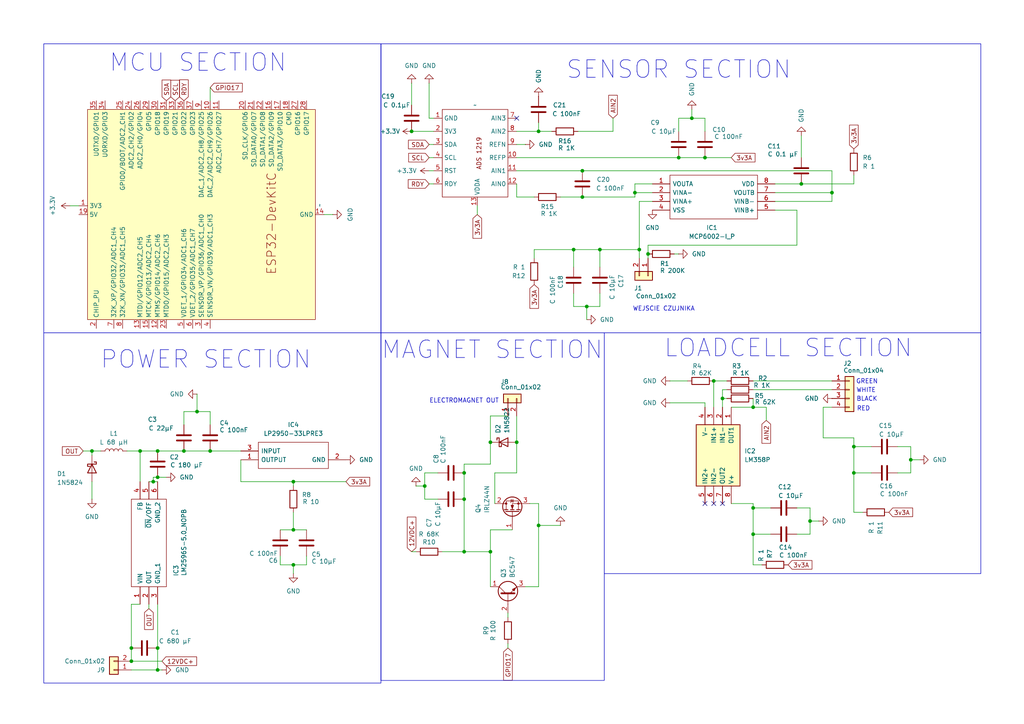
<source format=kicad_sch>
(kicad_sch (version 20250114) (generator "eeschema") (generator_version "9.0")
  (paper "A4")
  (lib_symbols
    (symbol "000moje:LM2596S-5.0_NOPB" (pin_names (offset 0.762))
      (property "Reference" "IC" (at 31.75 7.62 0))
      (property "Value" "LM2596S-5.0_NOPB" (at 31.75 5.08 0))
      (symbol "LM2596S-5.0_NOPB_0_0"
        (pin passive line (at 0 0 0) (length 5.08) (name "VIN") (number "1"))
        (pin passive line (at 0 -2.54 0) (length 5.08) (name "OUT") (number "2"))
        (pin passive line (at 0 -5.08 0) (length 5.08) (name "GND_1") (number "3"))
        (pin passive line (at 35.56 0 180) (length 5.08) (name "FB") (number "4"))
        (pin passive line (at 35.56 -2.54 180) (length 5.08) (name "~{ON}/OFF") (number "5"))
        (pin passive line (at 35.56 -5.08 180) (length 5.08) (name "GND_2") (number "6"))
      )
      (symbol "LM2596S-5.0_NOPB_0_1"
        (polyline (pts (xy 5.08 2.54) (xy 30.48 2.54) (xy 30.48 -7.62) (xy 5.08 -7.62) (xy 5.08 2.54)) (stroke (width 0.1524)))
      )
    )
    (symbol "000moje:LP2950-33LPRE3" (pin_names (offset 0.762))
      (property "Reference" "IC" (at 26.67 7.62 0))
      (property "Value" "LP2950-33LPRE3" (at 26.67 5.08 0))
      (symbol "LP2950-33LPRE3_0_0"
        (pin passive line (at 0 0 0) (length 5.08) (name "GND") (number "2"))
        (pin passive line (at 30.48 0 180) (length 5.08) (name "OUTPUT") (number "1"))
        (pin passive line (at 30.48 -2.54 180) (length 5.08) (name "INPUT") (number "3"))
      )
      (symbol "LP2950-33LPRE3_0_1"
        (polyline (pts (xy 5.08 2.54) (xy 25.4 2.54) (xy 25.4 -5.08) (xy 5.08 -5.08) (xy 5.08 2.54)) (stroke (width 0.1524)))
      )
    )
    (symbol "000moje:esp32_devKit_C"
      (symbol "esp32_devKit_C_0_0"
        (text "ESP32-DevKitC" (at -3.81 -20.32 0) (effects (font (size 2.54 2.54))))
        (pin power_in line (at -1.27 35.56 270) (length 2.54) (name "5V") (number "19"))
        (pin power_in line (at -1.27 -35.56 90) (length 2.54) (name "GND") (number "14"))
      )
      (symbol "esp32_devKit_C_0_1"
        (rectangle (start -31.75 33.02) (end 29.21 -33.02) (fill (type background)))
      )
      (symbol "esp32_devKit_C_1_1"
        (pin input line (at -34.29 30.48 0) (length 2.54) (name "CHIP_PU") (number "2"))
        (pin bidirectional line (at -34.29 25.4 0) (length 2.54) (name "32K_XP/GPIO32/ADC1_CH4") (number "7"))
        (pin bidirectional line (at -34.29 22.86 0) (length 2.54) (name "32K_XN/GPIO33/ADC1_CH5") (number "8"))
        (pin bidirectional line (at -34.29 17.78 0) (length 2.54) (name "MTDI/GPIO12/ADC2_CH5") (number "13"))
        (pin bidirectional line (at -34.29 15.24 0) (length 2.54) (name "MTCK/GPIO13/ADC2_CH4") (number "15"))
        (pin bidirectional line (at -34.29 12.7 0) (length 2.54) (name "MTMS/GPIO14/ADC2_CH6") (number "12"))
        (pin bidirectional line (at -34.29 10.16 0) (length 2.54) (name "MTDO/GPIO15/ADC2_CH3") (number "23"))
        (pin input line (at -34.29 5.08 0) (length 2.54) (name "VDET_1/GPIO34/ADC1_CH6") (number "5"))
        (pin input line (at -34.29 2.54 0) (length 2.54) (name "VDET_2/GPIO35/ADC1_CH7") (number "6"))
        (pin input line (at -34.29 0 0) (length 2.54) (name "SENSOR_VP/GPIO36/ADC1_CH0") (number "3"))
        (pin input line (at -34.29 -2.54 0) (length 2.54) (name "SENSOR_VN/GPIO39/ADC1_CH3") (number "4"))
        (pin passive line (at -1.27 -35.56 90) (length 2.54) (hide yes) (name "GND") (number "32"))
        (pin passive line (at -1.27 -35.56 90) (length 2.54) (hide yes) (name "GND") (number "38"))
        (pin power_in line (at 1.27 35.56 270) (length 2.54) (name "3V3") (number "1"))
        (pin bidirectional line (at 31.75 30.48 180) (length 2.54) (name "U0TXD/GPIO1") (number "35"))
        (pin bidirectional line (at 31.75 27.94 180) (length 2.54) (name "U0RXD/GPIO3") (number "34"))
        (pin bidirectional line (at 31.75 22.86 180) (length 2.54) (name "GPIO0/BOOT/ADC2_CH1") (number "25"))
        (pin bidirectional line (at 31.75 20.32 180) (length 2.54) (name "ADC2_CH2/GPIO2") (number "24"))
        (pin bidirectional line (at 31.75 17.78 180) (length 2.54) (name "ADC2_CH0/GPIO4") (number "26"))
        (pin bidirectional line (at 31.75 15.24 180) (length 2.54) (name "GPIO5") (number "29"))
        (pin bidirectional line (at 31.75 12.7 180) (length 2.54) (name "GPIO18") (number "30"))
        (pin bidirectional line (at 31.75 10.16 180) (length 2.54) (name "GPIO19") (number "31"))
        (pin bidirectional line (at 31.75 7.62 180) (length 2.54) (name "GPIO21") (number "33"))
        (pin bidirectional line (at 31.75 5.08 180) (length 2.54) (name "GPIO22") (number "36"))
        (pin bidirectional line (at 31.75 2.54 180) (length 2.54) (name "GPIO23") (number "37"))
        (pin bidirectional line (at 31.75 0 180) (length 2.54) (name "DAC_1/ADC2_CH8/GPIO25") (number "9"))
        (pin bidirectional line (at 31.75 -2.54 180) (length 2.54) (name "DAC_2/ADC2_CH9/GPIO26") (number "10"))
        (pin bidirectional line (at 31.75 -5.08 180) (length 2.54) (name "ADC2_CH7/GPIO27") (number "11"))
        (pin bidirectional line (at 31.75 -12.7 180) (length 2.54) (name "SD_CLK/GPIO6") (number "20"))
        (pin bidirectional line (at 31.75 -15.24 180) (length 2.54) (name "SD_DATA0/GPIO7") (number "21"))
        (pin bidirectional line (at 31.75 -17.78 180) (length 2.54) (name "SD_DATA1/GPIO8") (number "22"))
        (pin bidirectional line (at 31.75 -20.32 180) (length 2.54) (name "SD_DATA2/GPIO9") (number "16"))
        (pin bidirectional line (at 31.75 -22.86 180) (length 2.54) (name "SD_DATA3/GPIO10") (number "17"))
        (pin bidirectional line (at 31.75 -25.4 180) (length 2.54) (name "CMD") (number "18"))
        (pin bidirectional line (at 31.75 -27.94 180) (length 2.54) (name "GPIO16") (number "27"))
        (pin bidirectional line (at 31.75 -30.48 180) (length 2.54) (name "GPIO17") (number "28"))
      )
    )
    (symbol "1323:L" (pin_numbers (hide yes)) (pin_names (offset 1.016) (hide yes))
      (property "Reference" "L" (at -1.27 0 90))
      (property "Value" "L" (at 1.905 0 90))
      (symbol "L_0_1"
        (arc (start 0 2.54) (mid 0.6323 1.905) (end 0 1.27))
        (arc (start 0 1.27) (mid 0.6323 0.635) (end 0 0))
        (arc (start 0 0) (mid 0.6323 -0.635) (end 0 -1.27))
        (arc (start 0 -1.27) (mid 0.6323 -1.905) (end 0 -2.54))
      )
      (symbol "L_1_1"
        (pin passive line (at 0 3.81 270) (length 1.27) (name "1") (number "1"))
        (pin passive line (at 0 -3.81 90) (length 1.27) (name "2") (number "2"))
      )
    )
    (symbol "1323:R" (pin_numbers (hide yes)) (pin_names (offset 0))
      (property "Reference" "R" (at 2.032 0 90))
      (property "Value" "R" (at 0 0 90))
      (symbol "R_0_1"
        (rectangle (start -1.016 -2.54) (end 1.016 2.54) (stroke (width 0.254)))
      )
      (symbol "R_1_1"
        (pin passive line (at 0 3.81 270) (length 1.27) (name "~") (number "1"))
        (pin passive line (at 0 -3.81 90) (length 1.27) (name "~") (number "2"))
      )
    )
    (symbol "ADS1115_Salamon:LM358P"
      (property "Reference" "IC" (at 24.13 7.62 0))
      (property "Value" "LM358P" (at 24.13 5.08 0))
      (symbol "LM358P_1_1"
        (rectangle (start 5.08 2.54) (end 22.86 -10.16) (stroke (width 0.254)) (fill (type background)))
        (pin passive line (at 0 0 0) (length 5.08) (name "OUT1") (number "1"))
        (pin passive line (at 0 -2.54 0) (length 5.08) (name "IN1-") (number "2"))
        (pin passive line (at 0 -5.08 0) (length 5.08) (name "IN1+") (number "3"))
        (pin passive line (at 0 -7.62 0) (length 5.08) (name "V-") (number "4"))
        (pin passive line (at 27.94 0 180) (length 5.08) (name "V+") (number "8"))
        (pin passive line (at 27.94 -2.54 180) (length 5.08) (name "OUT2") (number "7"))
        (pin passive line (at 27.94 -5.08 180) (length 5.08) (name "IN2-") (number "6"))
        (pin passive line (at 27.94 -7.62 180) (length 5.08) (name "IN2+") (number "5"))
      )
    )
    (symbol "ADS1115_Salamon:MCP6002-I_P" (pin_names (offset 0.762))
      (property "Reference" "IC" (at 31.75 7.62 0))
      (property "Value" "MCP6002-I_P" (at 31.75 5.08 0))
      (symbol "MCP6002-I_P_0_0"
        (pin passive line (at 0 0 0) (length 5.08) (name "VOUTA") (number "1"))
        (pin passive line (at 0 -2.54 0) (length 5.08) (name "VINA-") (number "2"))
        (pin passive line (at 0 -5.08 0) (length 5.08) (name "VINA+") (number "3"))
        (pin passive line (at 0 -7.62 0) (length 5.08) (name "VSS") (number "4"))
        (pin passive line (at 35.56 0 180) (length 5.08) (name "VDD") (number "8"))
        (pin passive line (at 35.56 -2.54 180) (length 5.08) (name "VOUTB") (number "7"))
        (pin passive line (at 35.56 -5.08 180) (length 5.08) (name "VINB-") (number "6"))
        (pin passive line (at 35.56 -7.62 180) (length 5.08) (name "VINB+") (number "5"))
      )
      (symbol "MCP6002-I_P_0_1"
        (polyline (pts (xy 5.08 2.54) (xy 30.48 2.54) (xy 30.48 -10.16) (xy 5.08 -10.16) (xy 5.08 2.54)) (stroke (width 0.1524)))
      )
    )
    (symbol "ADS1219_1"
      (property "Value" "~" (at -17.78 9.525 90))
      (symbol "ADS1219_1_0_1"
        (rectangle (start -16.51 19.05) (end 8.89 0))
      )
      (symbol "ADS1219_1_1_1"
        (text "ADS 1219" (at -3.81 10.668 0) (effects (font (size 1.27 1.27))))
        (pin input line (at -13.97 21.59 270) (length 2.54) (name "AIN3") (number "7"))
        (pin input line (at -13.97 -2.54 90) (length 2.54) (name "GND") (number "1"))
        (pin input line (at -10.16 21.59 270) (length 2.54) (name "AIN2") (number "8"))
        (pin input line (at -10.16 -2.54 90) (length 2.54) (name "3V3") (number "2"))
        (pin output line (at -6.35 21.59 270) (length 2.54) (name "REFN") (number "9"))
        (pin bidirectional line (at -6.35 -2.54 90) (length 2.54) (name "SDA") (number "3"))
        (pin output line (at -2.54 21.59 270) (length 2.54) (name "REFP") (number "10"))
        (pin bidirectional line (at -2.54 -2.54 90) (length 2.54) (name "SCL") (number "4"))
        (pin input line (at 1.27 21.59 270) (length 2.54) (name "AIN1") (number "11"))
        (pin input line (at 1.27 -2.54 90) (length 2.54) (name "RST") (number "5"))
        (pin input line (at 5.08 21.59 270) (length 2.54) (name "AIN0") (number "12"))
        (pin output line (at 5.08 -2.54 90) (length 2.54) (name "RDY") (number "6"))
        (pin input line (at 11.43 10.16 180) (length 2.54) (name "VDDA") (number "13"))
      )
    )
    (symbol "Connector_Generic:Conn_01x02" (pin_names (offset 1.016) (hide yes))
      (property "Reference" "J" (at 0 2.54 0))
      (property "Value" "Conn_01x02" (at 0 -5.08 0))
      (symbol "Conn_01x02_1_1"
        (rectangle (start -1.27 1.27) (end 1.27 -3.81) (stroke (width 0.254)) (fill (type background)))
        (rectangle (start -1.27 0.127) (end 0 -0.127) (stroke (width 0.1524)))
        (rectangle (start -1.27 -2.413) (end 0 -2.667) (stroke (width 0.1524)))
        (pin passive line (at -5.08 0 0) (length 3.81) (name "Pin_1") (number "1"))
        (pin passive line (at -5.08 -2.54 0) (length 3.81) (name "Pin_2") (number "2"))
      )
    )
    (symbol "Connector_Generic:Conn_01x04" (pin_names (offset 1.016) (hide yes))
      (property "Reference" "J" (at 0 5.08 0))
      (property "Value" "Conn_01x04" (at 0 -7.62 0))
      (symbol "Conn_01x04_1_1"
        (rectangle (start -1.27 3.81) (end 1.27 -6.35) (stroke (width 0.254)) (fill (type background)))
        (rectangle (start -1.27 2.667) (end 0 2.413) (stroke (width 0.1524)))
        (rectangle (start -1.27 0.127) (end 0 -0.127) (stroke (width 0.1524)))
        (rectangle (start -1.27 -2.413) (end 0 -2.667) (stroke (width 0.1524)))
        (rectangle (start -1.27 -4.953) (end 0 -5.207) (stroke (width 0.1524)))
        (pin passive line (at -5.08 2.54 0) (length 3.81) (name "Pin_1") (number "1"))
        (pin passive line (at -5.08 0 0) (length 3.81) (name "Pin_2") (number "2"))
        (pin passive line (at -5.08 -2.54 0) (length 3.81) (name "Pin_3") (number "3"))
        (pin passive line (at -5.08 -5.08 0) (length 3.81) (name "Pin_4") (number "4"))
      )
    )
    (symbol "Device:C" (pin_numbers (hide yes)) (pin_names (offset 0.254))
      (property "Reference" "C" (at 0.635 2.54 0))
      (property "Value" "C" (at 0.635 -2.54 0))
      (symbol "C_0_1"
        (polyline (pts (xy -2.032 0.762) (xy 2.032 0.762)) (stroke (width 0.508)))
        (polyline (pts (xy -2.032 -0.762) (xy 2.032 -0.762)) (stroke (width 0.508)))
      )
      (symbol "C_1_1"
        (pin passive line (at 0 3.81 270) (length 2.794) (name "~") (number "1"))
        (pin passive line (at 0 -3.81 90) (length 2.794) (name "~") (number "2"))
      )
    )
    (symbol "Diode:1N5820" (pin_numbers (hide yes)) (pin_names (offset 1.016) (hide yes))
      (property "Reference" "D" (at 0 2.54 0))
      (property "Value" "1N5820" (at 0 -2.54 0))
      (symbol "1N5820_0_1"
        (polyline (pts (xy -1.905 0.635) (xy -1.905 1.27) (xy -1.27 1.27) (xy -1.27 -1.27) (xy -0.635 -1.27) (xy -0.635 -0.635)) (stroke (width 0.254)))
        (polyline (pts (xy 1.27 1.27) (xy 1.27 -1.27) (xy -1.27 0) (xy 1.27 1.27)) (stroke (width 0.254)))
        (polyline (pts (xy 1.27 0) (xy -1.27 0)))
      )
      (symbol "1N5820_1_1"
        (pin passive line (at -3.81 0 0) (length 2.54) (name "K") (number "1"))
        (pin passive line (at 3.81 0 180) (length 2.54) (name "A") (number "2"))
      )
    )
    (symbol "Diode:1N5822" (pin_numbers (hide yes)) (pin_names (offset 1.016) (hide yes))
      (property "Reference" "D" (at 0 2.54 0))
      (property "Value" "1N5822" (at 0 -2.54 0))
      (symbol "1N5822_0_1"
        (polyline (pts (xy -1.905 0.635) (xy -1.905 1.27) (xy -1.27 1.27) (xy -1.27 -1.27) (xy -0.635 -1.27) (xy -0.635 -0.635)) (stroke (width 0.254)))
        (polyline (pts (xy 1.27 1.27) (xy 1.27 -1.27) (xy -1.27 0) (xy 1.27 1.27)) (stroke (width 0.254)))
        (polyline (pts (xy 1.27 0) (xy -1.27 0)))
      )
      (symbol "1N5822_1_1"
        (pin passive line (at -3.81 0 0) (length 2.54) (name "K") (number "1"))
        (pin passive line (at 3.81 0 180) (length 2.54) (name "A") (number "2"))
      )
    )
    (symbol "Transistor_BJT:BC547" (pin_names (offset 0) (hide yes))
      (property "Reference" "Q" (at 5.08 1.905 0))
      (property "Value" "BC547" (at 5.08 0 0))
      (symbol "BC547_0_1"
        (polyline (pts (xy -2.54 0) (xy 0.635 0)))
        (polyline (pts (xy 0.635 1.905) (xy 0.635 -1.905)) (stroke (width 0.508)))
        (circle (center 1.27 0) (radius 2.8194) (stroke (width 0.254)))
      )
      (symbol "BC547_1_1"
        (polyline (pts (xy 0.635 0.635) (xy 2.54 2.54)))
        (polyline (pts (xy 0.635 -0.635) (xy 2.54 -2.54)))
        (polyline (pts (xy 1.27 -1.778) (xy 1.778 -1.27) (xy 2.286 -2.286) (xy 1.27 -1.778)) (fill (type outline)))
        (pin input line (at -5.08 0 0) (length 2.54) (name "B") (number "2"))
        (pin passive line (at 2.54 5.08 270) (length 2.54) (name "C") (number "1"))
        (pin passive line (at 2.54 -5.08 90) (length 2.54) (name "E") (number "3"))
      )
    )
    (symbol "Transistor_FET:IRLZ44N" (pin_names (hide yes))
      (property "Reference" "Q" (at 5.08 1.905 0))
      (property "Value" "IRLZ44N" (at 5.08 0 0))
      (symbol "IRLZ44N_0_1"
        (polyline (pts (xy 0.254 1.905) (xy 0.254 -1.905)) (stroke (width 0.254)))
        (polyline (pts (xy 0.254 0) (xy -2.54 0)))
        (polyline (pts (xy 0.762 2.286) (xy 0.762 1.27)) (stroke (width 0.254)))
        (polyline (pts (xy 0.762 0.508) (xy 0.762 -0.508)) (stroke (width 0.254)))
        (polyline (pts (xy 0.762 -1.27) (xy 0.762 -2.286)) (stroke (width 0.254)))
        (polyline (pts (xy 0.762 -1.778) (xy 3.302 -1.778) (xy 3.302 1.778) (xy 0.762 1.778)))
        (polyline (pts (xy 1.016 0) (xy 2.032 0.381) (xy 2.032 -0.381) (xy 1.016 0)) (fill (type outline)))
        (circle (center 1.651 0) (radius 2.794) (stroke (width 0.254)))
        (polyline (pts (xy 2.54 2.54) (xy 2.54 1.778)))
        (circle (center 2.54 1.778) (radius 0.254) (fill (type outline)))
        (circle (center 2.54 -1.778) (radius 0.254) (fill (type outline)))
        (polyline (pts (xy 2.54 -2.54) (xy 2.54 0) (xy 0.762 0)))
        (polyline (pts (xy 2.794 0.508) (xy 2.921 0.381) (xy 3.683 0.381) (xy 3.81 0.254)))
        (polyline (pts (xy 3.302 0.381) (xy 2.921 -0.254) (xy 3.683 -0.254) (xy 3.302 0.381)))
      )
      (symbol "IRLZ44N_1_1"
        (pin input line (at -5.08 0 0) (length 2.54) (name "G") (number "1"))
        (pin passive line (at 2.54 5.08 270) (length 2.54) (name "D") (number "2"))
        (pin passive line (at 2.54 -5.08 90) (length 2.54) (name "S") (number "3"))
      )
    )
    (symbol "power:+3.3V" (power) (pin_numbers (hide yes)) (pin_names (offset 0) (hide yes))
      (property "Value" "+3.3V" (at 0 3.556 0))
      (symbol "+3.3V_0_1"
        (polyline (pts (xy -0.762 1.27) (xy 0 2.54)))
        (polyline (pts (xy 0 2.54) (xy 0.762 1.27)))
        (polyline (pts (xy 0 0) (xy 0 2.54)))
      )
      (symbol "+3.3V_1_1"
        (pin power_in line (at 0 0 90) (length 0) (name "~") (number "1"))
      )
    )
    (symbol "power:GND" (power) (pin_numbers (hide yes)) (pin_names (offset 0) (hide yes))
      (property "Value" "GND" (at 0 -3.81 0))
      (symbol "GND_0_1"
        (polyline (pts (xy 0 0) (xy 0 -1.27) (xy 1.27 -1.27) (xy 0 -2.54) (xy -1.27 -1.27) (xy 0 -1.27)))
      )
      (symbol "GND_1_1"
        (pin power_in line (at 0 0 270) (length 0) (name "~") (number "1"))
      )
    )
  )
  (rectangle (start 110.49 12.7) (end 284.48 96.52))
  (rectangle (start 12.7 96.52) (end 110.49 198.12))
  (rectangle (start 12.7 12.7) (end 110.49 96.52))
  (rectangle (start 110.49 96.52) (end 175.26 197.358))
  (rectangle (start 175.26 96.52) (end 284.48 166.37))
  (text "ELECTROMAGNET OUT" (at 134.62 116.332 0) (effects (font (size 1.27 1.27))))
  (text "WHITE\n" (at 251.206 113.284 0) (effects (font (size 1.27 1.27))))
  (text "MCU SECTION" (at 57.404 18.288 0) (effects (font (size 5.08 5.08))))
  (text "BLACK\n" (at 251.46 115.824 0) (effects (font (size 1.27 1.27))))
  (text "SENSOR SECTION" (at 196.85 20.32 0) (effects (font (size 5.08 5.08))))
  (text "POWER SECTION" (at 59.69 104.394 0) (effects (font (size 5.08 5.08))))
  (text "RED" (at 250.444 118.618 0) (effects (font (size 1.27 1.27))))
  (text "WEJSCIE CZUJNIKA\n" (at 192.532 89.662 0) (effects (font (size 1.27 1.27))))
  (text "MAGNET SECTION" (at 142.748 101.6 0) (effects (font (size 5.08 5.08))))
  (text "GREEN" (at 251.46 110.744 0) (effects (font (size 1.27 1.27))))
  (text "LOADCELL SECTION" (at 228.6 101.092 0) (effects (font (size 5.08 5.08))))
  (junction (at 207.01 110.49))
  (junction (at 187.96 73.66))
  (junction (at 53.34 130.81))
  (junction (at 45.72 130.81))
  (junction (at 38.1 187.96))
  (junction (at 173.99 72.39))
  (junction (at 168.91 49.53))
  (junction (at 85.09 139.7))
  (junction (at 85.09 163.83))
  (junction (at 218.44 154.94))
  (junction (at 142.24 128.27))
  (junction (at 200.66 34.29))
  (junction (at 247.65 137.16))
  (junction (at 156.21 152.4))
  (junction (at 166.37 72.39))
  (junction (at 134.62 137.16))
  (junction (at 123.19 140.97))
  (junction (at 218.44 118.11))
  (junction (at 149.86 128.27))
  (junction (at 170.18 88.9))
  (junction (at 196.85 45.72))
  (junction (at 45.72 187.96))
  (junction (at 218.44 147.32))
  (junction (at 40.64 130.81))
  (junction (at 134.62 144.78))
  (junction (at 168.91 57.15))
  (junction (at 45.72 194.31))
  (junction (at 264.16 133.35))
  (junction (at 209.55 115.57))
  (junction (at 156.21 38.1))
  (junction (at 134.62 160.02))
  (junction (at 247.65 129.54))
  (junction (at 45.72 138.43))
  (junction (at 185.42 72.39))
  (junction (at 57.15 119.38))
  (junction (at 119.38 38.1))
  (junction (at 142.24 160.02))
  (junction (at 26.67 130.81))
  (junction (at 241.3 55.88))
  (junction (at 232.41 53.34))
  (junction (at 60.96 130.81))
  (junction (at 234.95 151.13))
  (junction (at 38.1 191.77))
  (junction (at 204.47 45.72))
  (junction (at 184.15 55.88))
  (junction (at 44.45 139.7))
  (junction (at 85.09 153.67))
  (no_connect (at 204.47 146.05))
  (no_connect (at 209.55 146.05))
  (no_connect (at 207.01 146.05))
  (no_connect (at 149.86 34.29))
  (wire (pts (xy 26.67 130.81) (xy 24.13 130.81)))
  (wire (pts (xy 138.43 62.23) (xy 138.43 59.69)))
  (wire (pts (xy 247.65 148.59) (xy 250.19 148.59)))
  (wire (pts (xy 81.28 153.67) (xy 85.09 153.67)))
  (wire (pts (xy 264.16 129.54) (xy 264.16 133.35)))
  (wire (pts (xy 264.16 133.35) (xy 264.16 137.16)))
  (wire (pts (xy 85.09 139.7) (xy 100.33 139.7)))
  (wire (pts (xy 187.96 73.66) (xy 187.96 74.93)))
  (wire (pts (xy 60.96 130.81) (xy 69.85 130.81)))
  (wire (pts (xy 187.96 71.12) (xy 187.96 73.66)))
  (wire (pts (xy 38.1 187.96) (xy 38.1 191.77)))
  (wire (pts (xy 184.15 55.88) (xy 184.15 53.34)))
  (wire (pts (xy 60.96 25.4) (xy 60.96 29.21)))
  (wire (pts (xy 45.72 138.43) (xy 48.26 138.43)))
  (wire (pts (xy 231.14 60.96) (xy 224.79 60.96)))
  (wire (pts (xy 162.56 152.4) (xy 156.21 152.4)))
  (wire (pts (xy 60.96 123.19) (xy 60.96 119.38)))
  (wire (pts (xy 36.83 130.81) (xy 40.64 130.81)))
  (wire (pts (xy 166.37 72.39) (xy 154.94 72.39)))
  (wire (pts (xy 247.65 127) (xy 247.65 129.54)))
  (wire (pts (xy 238.76 127) (xy 247.65 127)))
  (wire (pts (xy 149.86 57.15) (xy 149.86 53.34)))
  (wire (pts (xy 170.18 92.71) (xy 170.18 88.9)))
  (wire (pts (xy 212.09 146.05) (xy 218.44 146.05)))
  (wire (pts (xy 166.37 85.09) (xy 166.37 88.9)))
  (wire (pts (xy 134.62 160.02) (xy 142.24 160.02)))
  (wire (pts (xy 142.24 128.27) (xy 142.24 134.62)))
  (wire (pts (xy 134.62 144.78) (xy 134.62 137.16)))
  (wire (pts (xy 234.95 147.32) (xy 234.95 151.13)))
  (wire (pts (xy 224.79 53.34) (xy 232.41 53.34)))
  (wire (pts (xy 20.32 59.69) (xy 22.86 59.69)))
  (wire (pts (xy 124.46 34.29) (xy 125.73 34.29)))
  (wire (pts (xy 38.1 191.77) (xy 46.99 191.77)))
  (wire (pts (xy 218.44 147.32) (xy 218.44 146.05)))
  (wire (pts (xy 26.67 132.08) (xy 26.67 130.81)))
  (wire (pts (xy 247.65 129.54) (xy 247.65 137.16)))
  (wire (pts (xy 96.52 62.23) (xy 93.98 62.23)))
  (wire (pts (xy 143.51 146.05) (xy 143.51 137.16)))
  (wire (pts (xy 237.49 151.13) (xy 234.95 151.13)))
  (wire (pts (xy 53.34 119.38) (xy 57.15 119.38)))
  (wire (pts (xy 69.85 139.7) (xy 85.09 139.7)))
  (wire (pts (xy 53.34 123.19) (xy 53.34 119.38)))
  (wire (pts (xy 185.42 58.42) (xy 185.42 72.39)))
  (wire (pts (xy 247.65 53.34) (xy 247.65 50.8)))
  (wire (pts (xy 232.41 39.37) (xy 232.41 45.72)))
  (wire (pts (xy 210.82 113.03) (xy 209.55 113.03)))
  (wire (pts (xy 44.45 138.43) (xy 45.72 138.43)))
  (wire (pts (xy 53.34 130.81) (xy 60.96 130.81)))
  (wire (pts (xy 44.45 139.7) (xy 44.45 138.43)))
  (wire (pts (xy 57.15 119.38) (xy 60.96 119.38)))
  (wire (pts (xy 204.47 45.72) (xy 196.85 45.72)))
  (wire (pts (xy 218.44 154.94) (xy 218.44 163.83)))
  (wire (pts (xy 43.18 139.7) (xy 44.45 139.7)))
  (wire (pts (xy 241.3 55.88) (xy 241.3 58.42)))
  (wire (pts (xy 142.24 120.65) (xy 142.24 128.27)))
  (wire (pts (xy 123.19 144.78) (xy 123.19 140.97)))
  (wire (pts (xy 45.72 130.81) (xy 53.34 130.81)))
  (wire (pts (xy 128.27 160.02) (xy 134.62 160.02)))
  (wire (pts (xy 241.3 49.53) (xy 241.3 55.88)))
  (wire (pts (xy 44.45 139.7) (xy 45.72 139.7)))
  (wire (pts (xy 173.99 88.9) (xy 170.18 88.9)))
  (wire (pts (xy 196.85 45.72) (xy 149.86 45.72)))
  (wire (pts (xy 120.65 140.97) (xy 123.19 140.97)))
  (wire (pts (xy 196.85 38.1) (xy 196.85 34.29)))
  (wire (pts (xy 124.46 53.34) (xy 125.73 53.34)))
  (wire (pts (xy 184.15 55.88) (xy 189.23 55.88)))
  (wire (pts (xy 209.55 115.57) (xy 210.82 115.57)))
  (wire (pts (xy 156.21 152.4) (xy 156.21 146.05)))
  (wire (pts (xy 209.55 115.57) (xy 209.55 118.11)))
  (wire (pts (xy 231.14 147.32) (xy 234.95 147.32)))
  (wire (pts (xy 119.38 24.13) (xy 119.38 30.48)))
  (wire (pts (xy 196.85 73.66) (xy 195.58 73.66)))
  (wire (pts (xy 207.01 110.49) (xy 207.01 118.11)))
  (wire (pts (xy 57.15 114.3) (xy 57.15 119.38)))
  (wire (pts (xy 85.09 163.83) (xy 81.28 163.83)))
  (wire (pts (xy 218.44 118.11) (xy 222.25 118.11)))
  (wire (pts (xy 223.52 147.32) (xy 218.44 147.32)))
  (wire (pts (xy 238.76 118.11) (xy 241.3 118.11)))
  (wire (pts (xy 170.18 88.9) (xy 166.37 88.9)))
  (wire (pts (xy 218.44 115.57) (xy 218.44 118.11)))
  (wire (pts (xy 156.21 38.1) (xy 149.86 38.1)))
  (wire (pts (xy 212.09 118.11) (xy 218.44 118.11)))
  (wire (pts (xy 46.99 194.31) (xy 45.72 194.31)))
  (wire (pts (xy 124.46 24.13) (xy 124.46 34.29)))
  (wire (pts (xy 88.9 163.83) (xy 85.09 163.83)))
  (wire (pts (xy 189.23 58.42) (xy 185.42 58.42)))
  (wire (pts (xy 247.65 137.16) (xy 247.65 148.59)))
  (wire (pts (xy 212.09 45.72) (xy 204.47 45.72)))
  (wire (pts (xy 252.73 137.16) (xy 247.65 137.16)))
  (wire (pts (xy 204.47 38.1) (xy 204.47 34.29)))
  (wire (pts (xy 45.72 187.96) (xy 45.72 194.31)))
  (wire (pts (xy 142.24 120.65) (xy 147.32 120.65)))
  (wire (pts (xy 149.86 57.15) (xy 154.94 57.15)))
  (wire (pts (xy 26.67 144.78) (xy 26.67 139.7)))
  (wire (pts (xy 184.15 57.15) (xy 168.91 57.15)))
  (wire (pts (xy 204.47 116.84) (xy 204.47 118.11)))
  (wire (pts (xy 252.73 129.54) (xy 247.65 129.54)))
  (wire (pts (xy 173.99 77.47) (xy 173.99 72.39)))
  (wire (pts (xy 177.8 34.29) (xy 177.8 38.1)))
  (wire (pts (xy 224.79 55.88) (xy 241.3 55.88)))
  (wire (pts (xy 85.09 166.37) (xy 85.09 163.83)))
  (wire (pts (xy 260.35 129.54) (xy 264.16 129.54)))
  (wire (pts (xy 266.7 133.35) (xy 264.16 133.35)))
  (wire (pts (xy 88.9 161.29) (xy 88.9 163.83)))
  (wire (pts (xy 189.23 53.34) (xy 184.15 53.34)))
  (wire (pts (xy 142.24 153.67) (xy 148.59 153.67)))
  (wire (pts (xy 124.46 49.53) (xy 125.73 49.53)))
  (wire (pts (xy 143.51 137.16) (xy 149.86 137.16)))
  (wire (pts (xy 218.44 113.03) (xy 241.3 113.03)))
  (wire (pts (xy 147.32 187.96) (xy 147.32 186.69)))
  (wire (pts (xy 69.85 133.35) (xy 69.85 139.7)))
  (wire (pts (xy 238.76 127) (xy 238.76 118.11)))
  (wire (pts (xy 127 137.16) (xy 123.19 137.16)))
  (wire (pts (xy 119.38 160.02) (xy 120.65 160.02)))
  (wire (pts (xy 232.41 53.34) (xy 247.65 53.34)))
  (wire (pts (xy 209.55 113.03) (xy 209.55 115.57)))
  (wire (pts (xy 152.4 170.18) (xy 156.21 170.18)))
  (wire (pts (xy 124.46 41.91) (xy 125.73 41.91)))
  (wire (pts (xy 184.15 57.15) (xy 184.15 55.88)))
  (wire (pts (xy 127 144.78) (xy 123.19 144.78)))
  (wire (pts (xy 45.72 194.31) (xy 38.1 194.31)))
  (wire (pts (xy 85.09 139.7) (xy 85.09 140.97)))
  (wire (pts (xy 85.09 148.59) (xy 85.09 153.67)))
  (wire (pts (xy 234.95 151.13) (xy 234.95 154.94)))
  (wire (pts (xy 185.42 72.39) (xy 185.42 74.93)))
  (wire (pts (xy 223.52 154.94) (xy 218.44 154.94)))
  (wire (pts (xy 40.64 130.81) (xy 45.72 130.81)))
  (wire (pts (xy 45.72 175.26) (xy 45.72 187.96)))
  (wire (pts (xy 134.62 137.16) (xy 134.62 134.62)))
  (wire (pts (xy 218.44 147.32) (xy 218.44 154.94)))
  (wire (pts (xy 200.66 31.75) (xy 200.66 34.29)))
  (wire (pts (xy 152.4 41.91) (xy 149.86 41.91)))
  (wire (pts (xy 134.62 134.62) (xy 142.24 134.62)))
  (wire (pts (xy 119.38 38.1) (xy 125.73 38.1)))
  (wire (pts (xy 29.21 130.81) (xy 26.67 130.81)))
  (wire (pts (xy 142.24 170.18) (xy 142.24 160.02)))
  (wire (pts (xy 168.91 49.53) (xy 241.3 49.53)))
  (wire (pts (xy 173.99 85.09) (xy 173.99 88.9)))
  (wire (pts (xy 154.94 72.39) (xy 154.94 74.93)))
  (wire (pts (xy 85.09 153.67) (xy 88.9 153.67)))
  (wire (pts (xy 43.18 175.26) (xy 43.18 176.53)))
  (wire (pts (xy 218.44 163.83) (xy 220.98 163.83)))
  (wire (pts (xy 222.25 118.11) (xy 222.25 121.92)))
  (wire (pts (xy 124.46 45.72) (xy 125.73 45.72)))
  (wire (pts (xy 142.24 160.02) (xy 142.24 153.67)))
  (wire (pts (xy 231.14 154.94) (xy 234.95 154.94)))
  (wire (pts (xy 218.44 110.49) (xy 241.3 110.49)))
  (wire (pts (xy 160.02 38.1) (xy 156.21 38.1)))
  (wire (pts (xy 196.85 34.29) (xy 200.66 34.29)))
  (wire (pts (xy 149.86 49.53) (xy 168.91 49.53)))
  (wire (pts (xy 177.8 38.1) (xy 167.64 38.1)))
  (wire (pts (xy 194.31 110.49) (xy 199.39 110.49)))
  (wire (pts (xy 134.62 160.02) (xy 134.62 144.78)))
  (wire (pts (xy 194.31 116.84) (xy 204.47 116.84)))
  (wire (pts (xy 149.86 137.16) (xy 149.86 128.27)))
  (wire (pts (xy 38.1 175.26) (xy 40.64 175.26)))
  (wire (pts (xy 241.3 58.42) (xy 224.79 58.42)))
  (wire (pts (xy 173.99 72.39) (xy 166.37 72.39)))
  (wire (pts (xy 38.1 175.26) (xy 38.1 187.96)))
  (wire (pts (xy 123.19 140.97) (xy 123.19 137.16)))
  (wire (pts (xy 156.21 146.05) (xy 153.67 146.05)))
  (wire (pts (xy 147.32 177.8) (xy 147.32 179.07)))
  (wire (pts (xy 210.82 110.49) (xy 207.01 110.49)))
  (wire (pts (xy 231.14 71.12) (xy 187.96 71.12)))
  (wire (pts (xy 200.66 34.29) (xy 204.47 34.29)))
  (wire (pts (xy 40.64 130.81) (xy 40.64 139.7)))
  (wire (pts (xy 162.56 57.15) (xy 168.91 57.15)))
  (wire (pts (xy 173.99 72.39) (xy 185.42 72.39)))
  (wire (pts (xy 156.21 152.4) (xy 156.21 170.18)))
  (wire (pts (xy 81.28 161.29) (xy 81.28 163.83)))
  (wire (pts (xy 231.14 60.96) (xy 231.14 71.12)))
  (wire (pts (xy 156.21 35.56) (xy 156.21 38.1)))
  (wire (pts (xy 166.37 77.47) (xy 166.37 72.39)))
  (wire (pts (xy 149.86 128.27) (xy 149.86 120.65)))
  (wire (pts (xy 260.35 137.16) (xy 264.16 137.16)))
  (global_label "GPIO17" (shape input) (at 60.96 25.4 0) (property "Intersheetrefs" "${INTERSHEET_REFS}" (effects (hide yes))))
  (global_label "3v3A" (shape input) (at 154.94 82.55 270) (property "Intersheetrefs" "${INTERSHEET_REFS}" (effects (hide yes))))
  (global_label "AIN2" (shape input) (at 222.25 121.92 270) (property "Intersheetrefs" "${INTERSHEET_REFS}" (effects (hide yes))))
  (global_label "3v3A" (shape input) (at 257.81 148.59 0) (property "Intersheetrefs" "${INTERSHEET_REFS}" (effects (hide yes))))
  (global_label "3v3A" (shape input) (at 100.33 139.7 0) (property "Intersheetrefs" "${INTERSHEET_REFS}" (effects (hide yes))))
  (global_label "SCL" (shape input) (at 124.46 45.72 180) (property "Intersheetrefs" "${INTERSHEET_REFS}" (effects (hide yes))))
  (global_label "3v3A" (shape input) (at 228.6 163.83 0) (property "Intersheetrefs" "${INTERSHEET_REFS}" (effects (hide yes))))
  (global_label "GPIO17" (shape input) (at 147.32 187.96 270) (property "Intersheetrefs" "${INTERSHEET_REFS}" (effects (hide yes))))
  (global_label "12VDC+" (shape input) (at 46.99 191.77 0) (property "Intersheetrefs" "${INTERSHEET_REFS}" (effects (hide yes))))
  (global_label "RDY" (shape input) (at 124.46 53.34 180) (property "Intersheetrefs" "${INTERSHEET_REFS}" (effects (hide yes))))
  (global_label "3v3A" (shape input) (at 138.43 62.23 270) (property "Intersheetrefs" "${INTERSHEET_REFS}" (effects (hide yes))))
  (global_label "RDY" (shape input) (at 53.34 29.21 90) (property "Intersheetrefs" "${INTERSHEET_REFS}" (effects (hide yes))))
  (global_label "OUT" (shape input) (at 43.18 176.53 270) (property "Intersheetrefs" "${INTERSHEET_REFS}" (effects (hide yes))))
  (global_label "AIN2" (shape input) (at 177.8 34.29 90) (property "Intersheetrefs" "${INTERSHEET_REFS}" (effects (hide yes))))
  (global_label "3v3A" (shape input) (at 247.65 43.18 90) (property "Intersheetrefs" "${INTERSHEET_REFS}" (effects (hide yes))))
  (global_label "SDA" (shape input) (at 48.26 29.21 90) (property "Intersheetrefs" "${INTERSHEET_REFS}" (effects (hide yes))))
  (global_label "SCL" (shape input) (at 50.8 29.21 90) (property "Intersheetrefs" "${INTERSHEET_REFS}" (effects (hide yes))))
  (global_label "12VDC+" (shape input) (at 119.38 160.02 90) (property "Intersheetrefs" "${INTERSHEET_REFS}" (effects (hide yes))))
  (global_label "SDA" (shape input) (at 124.46 41.91 180) (property "Intersheetrefs" "${INTERSHEET_REFS}" (effects (hide yes))))
  (global_label "OUT" (shape input) (at 24.13 130.81 180) (property "Intersheetrefs" "${INTERSHEET_REFS}" (effects (hide yes))))
  (global_label "3v3A" (shape input) (at 212.09 45.72 0) (property "Intersheetrefs" "${INTERSHEET_REFS}" (effects (hide yes))))
  (symbol (lib_id "Device:C") (at 227.33 147.32 90) (unit 1)
    (property "Reference" "C12" (at 227.584 141.224 90))
    (property "Value" "C 10μF" (at 229.362 143.764 90))
    (property "Footprint" "Capacitor_SMD:C_1206_3216Metric" (effects (hide yes)))
    (property "Description" "Unpolarized capacitor" (effects (hide yes)))
  )
  (symbol (lib_id "Diode:1N5822") (at 146.05 128.27 0) (unit 1)
    (property "Reference" "D2" (at 144.4624 125.73 90) (effects (justify left)))
    (property "Value" "1N5822" (at 147.0024 125.73 90) (effects (justify left)))
    (property "Footprint" "Diode_THT:D_DO-201AD_P15.24mm_Horizontal" (effects (hide yes)))
    (property "Datasheet" "http://www.vishay.com/docs/88526/1n5820.pdf" (effects (hide yes)))
    (property "Description" "40V 3A Schottky Barrier Rectifier Diode, DO-201AD" (effects (hide yes)))
  )
  (symbol (lib_id "Connector_Generic:Conn_01x02") (at 33.02 194.31 180) (unit 1)
    (property "Reference" "J9" (at 30.48 194.3101 0) (effects (justify left)))
    (property "Value" "Conn_01x02" (at 30.48 191.7701 0) (effects (justify left)))
    (property "Footprint" "Connector_PinHeader_2.54mm:PinHeader_1x02_P2.54mm_Horizontal" (effects (hide yes)))
    (property "Description" "Generic connector, single row, 01x02, script generated (kicad-library-utils/schlib/autogen/connector/)" (effects (hide yes)))
  )
  (symbol (lib_id "Device:C") (at 204.47 41.91 180) (unit 1)
    (property "Reference" "C10" (at 208.534 37.592 0))
    (property "Value" "C 100nF" (at 211.328 39.624 0))
    (property "Footprint" "Capacitor_SMD:C_1206_3216Metric" (effects (hide yes)))
    (property "Description" "Unpolarized capacitor" (effects (hide yes)))
  )
  (symbol (lib_id "Device:C") (at 60.96 127 180) (unit 1)
    (property "Reference" "C4" (at 65.024 122.682 0))
    (property "Value" "C 100nF" (at 67.818 124.714 0))
    (property "Footprint" "Capacitor_SMD:C_1206_3216Metric" (effects (hide yes)))
    (property "Description" "Unpolarized capacitor" (effects (hide yes)))
  )
  (symbol (lib_id "000moje:LM2596S-5.0_NOPB") (at 40.64 175.26 90) (unit 1)
    (property "Reference" "IC3" (at 51.054 163.83 0) (effects (justify right)))
    (property "Value" "LM2596S-5.0_NOPB" (at 53.34 147.574 0) (effects (justify right)))
    (property "Footprint" "ADS1115_Salamon:KTT0005B" (effects (hide yes)))
    (property "Datasheet" "https://www.ti.com/lit/gpn/LM2596" (effects (hide yes)))
    (property "Description" "Switching Voltage Regulators 150 KHZ 3A STEP-DOWN VLTG REG" (effects (hide yes)))
    (property "Description_1" "Switching Voltage Regulators 150 KHZ 3A STEP-DOWN VLTG REG" (effects (hide yes)))
    (property "Mouser Part Number" "926-LM2596S-5.0/NOPB" (effects (hide yes)))
    (property "Mouser Price/Stock" "https://www.mouser.co.uk/ProductDetail/Texas-Instruments/LM2596S-5.0-NOPB?qs=X1J7HmVL2ZHVjCOmW%252BYINA%3D%3D" (effects (hide yes)))
    (property "Manufacturer_Name" "Texas Instruments" (effects (hide yes)))
    (property "Manufacturer_Part_Number" "LM2596S-5.0/NOPB" (effects (hide yes)))
  )
  (symbol (lib_id "1323:R") (at 85.09 144.78 180) (unit 1)
    (property "Reference" "R8" (at 88.9 143.51 0))
    (property "Value" "R 10" (at 90.17 145.542 0))
    (property "Footprint" "Resistor_SMD:R_1206_3216Metric" (effects (hide yes)))
    (property "Description" "Resistor" (effects (hide yes)))
  )
  (symbol (lib_id "000moje:esp32_devKit_C") (at 58.42 60.96 90) (unit 1)
    (property "Reference" "U1" (effects (hide yes)))
    (property "Value" "~" (at 92.71 60.0867 0) (effects (justify left)))
    (property "Footprint" "ADS1115_Salamon:ESP32-DevKitC" (effects (hide yes)))
  )
  (symbol (lib_id "1323:R") (at 191.77 73.66 270) (unit 1)
    (property "Reference" "R1" (at 192.786 76.454 90))
    (property "Value" "R 200K" (at 195.072 78.486 90))
    (property "Footprint" "Resistor_SMD:R_1206_3216Metric" (effects (hide yes)))
    (property "Description" "Resistor" (effects (hide yes)))
  )
  (symbol (lib_id "power:GND") (at 57.15 114.3 270) (unit 1)
    (property "Reference" "#PWR08" (effects (hide yes)))
    (property "Value" "GND" (at 53.34 114.2999 90) (effects (justify right)))
    (property "Description" "Power symbol creates a global label with name \"GND\" , ground" (effects (hide yes)))
  )
  (symbol (lib_id "power:GND") (at 152.4 41.91 90) (unit 1)
    (property "Reference" "#PWR025" (effects (hide yes)))
    (property "Value" "GND" (at 156.21 41.9099 90) (effects (justify right)))
    (property "Description" "Power symbol creates a global label with name \"GND\" , ground" (effects (hide yes)))
  )
  (symbol (lib_id "1323:L") (at 33.02 130.81 90) (unit 1)
    (property "Reference" "L1" (at 33.02 125.73 90))
    (property "Value" "L 68 μH" (at 33.02 128.27 90))
    (property "Footprint" "Inductor_SMD:L_12x12mm_H6mm" (effects (hide yes)))
    (property "Description" "Inductor" (effects (hide yes)))
  )
  (symbol (lib_id "Device:C") (at 232.41 49.53 180) (unit 1)
    (property "Reference" "C11" (at 224.536 42.418 0))
    (property "Value" "C 0.1 μF" (at 227.076 44.704 0))
    (property "Footprint" "Capacitor_SMD:C_1206_3216Metric" (effects (hide yes)))
    (property "Description" "Unpolarized capacitor" (effects (hide yes)))
  )
  (symbol (lib_id "power:GND") (at 124.46 24.13 180) (unit 1)
    (property "Reference" "#PWR04" (effects (hide yes)))
    (property "Value" "GND" (at 124.46 19.05 0))
    (property "Description" "Power symbol creates a global label with name \"GND\" , ground" (effects (hide yes)))
  )
  (symbol (lib_id "power:GND") (at 120.65 140.97 180) (unit 1)
    (property "Reference" "#PWR014" (effects (hide yes)))
    (property "Value" "GND" (at 120.65 135.89 0))
    (property "Description" "Power symbol creates a global label with name \"GND\" , ground" (effects (hide yes)))
  )
  (symbol (lib_id "power:GND") (at 170.18 92.71 90) (unit 1)
    (property "Reference" "#PWR020" (effects (hide yes)))
    (property "Value" "GND" (at 173.99 92.7099 90) (effects (justify right)))
    (property "Description" "Power symbol creates a global label with name \"GND\" , ground" (effects (hide yes)))
  )
  (symbol (lib_id "Diode:1N5820") (at 26.67 135.89 270) (unit 1)
    (property "Reference" "D1" (at 16.51 137.414 90) (effects (justify left)))
    (property "Value" "1N5824" (at 16.51 139.954 90) (effects (justify left)))
    (property "Footprint" "Diode_THT:D_DO-201AD_P15.24mm_Horizontal" (effects (hide yes)))
    (property "Datasheet" "http://www.vishay.com/docs/88526/1n5820.pdf" (effects (hide yes)))
    (property "Description" "20V 3A Schottky Barrier Rectifier Diode, DO-201AD" (effects (hide yes)))
  )
  (symbol (lib_id "Device:C") (at 119.38 34.29 180) (unit 1)
    (property "Reference" "C19" (at 112.522 27.94 0))
    (property "Value" "C 0.1μF" (at 115.062 30.48 0))
    (property "Footprint" "Capacitor_SMD:C_1206_3216Metric" (effects (hide yes)))
    (property "Description" "Unpolarized capacitor" (effects (hide yes)))
  )
  (symbol (lib_id "1323:R") (at 214.63 113.03 90) (unit 1)
    (property "Reference" "R2" (at 221.234 109.728 90))
    (property "Value" "R 1K" (at 220.98 111.76 90))
    (property "Footprint" "Resistor_SMD:R_1206_3216Metric" (effects (hide yes)))
    (property "Description" "Resistor" (effects (hide yes)))
  )
  (symbol (lib_id "Device:C") (at 227.33 154.94 90) (unit 1)
    (property "Reference" "C14" (at 227.838 158.75 90))
    (property "Value" "C 100nF" (at 230.124 161.036 90))
    (property "Footprint" "Capacitor_SMD:C_1206_3216Metric" (effects (hide yes)))
    (property "Description" "Unpolarized capacitor" (effects (hide yes)))
  )
  (symbol (lib_id "power:GND") (at 96.52 62.23 90) (unit 1)
    (property "Reference" "#PWR03" (effects (hide yes)))
    (property "Value" "GND" (at 101.6 62.23 0))
    (property "Description" "Power symbol creates a global label with name \"GND\" , ground" (effects (hide yes)))
  )
  (symbol (lib_id "power:GND") (at 194.31 110.49 270) (unit 1)
    (property "Reference" "#PWR015" (effects (hide yes)))
    (property "Value" "GND" (at 190.5 110.4899 90) (effects (justify right)))
    (property "Description" "Power symbol creates a global label with name \"GND\" , ground" (effects (hide yes)))
  )
  (symbol (lib_id "Device:C") (at 88.9 157.48 0) (unit 1)
    (property "Reference" "C5" (at 91.694 160.782 0))
    (property "Value" "C 10μF" (at 93.98 162.814 0))
    (property "Footprint" "Capacitor_SMD:C_1206_3216Metric" (effects (hide yes)))
    (property "Description" "Unpolarized capacitor" (effects (hide yes)))
  )
  (symbol (lib_id "Device:C") (at 45.72 134.62 180) (unit 1)
    (property "Reference" "C2" (at 50.546 132.588 0))
    (property "Value" "C 180 μF" (at 54.102 134.874 0))
    (property "Footprint" "Capacitor_THT:CP_Radial_D8.0mm_P3.50mm" (effects (hide yes)))
    (property "Description" "Unpolarized capacitor" (effects (hide yes)))
  )
  (symbol (lib_id "Device:C") (at 130.81 137.16 270) (unit 1)
    (property "Reference" "C8" (at 126.492 133.096 0))
    (property "Value" "C 100nF" (at 128.524 130.302 0))
    (property "Footprint" "Capacitor_SMD:C_1206_3216Metric" (effects (hide yes)))
    (property "Description" "Unpolarized capacitor" (effects (hide yes)))
  )
  (symbol (lib_id "Transistor_FET:IRLZ44N") (at 148.59 148.59 90) (unit 1)
    (property "Reference" "Q4" (at 138.684 148.844 0) (effects (justify left)))
    (property "Value" "IRLZ44N" (at 141.224 148.844 0) (effects (justify left)))
    (property "Footprint" "Package_TO_SOT_THT:TO-220-3_Vertical" (effects (hide yes)))
    (property "Datasheet" "http://www.irf.com/product-info/datasheets/data/irlz44n.pdf" (effects (hide yes)))
    (property "Description" "47A Id, 55V Vds, 22mOhm Rds Single N-Channel HEXFET Power MOSFET, TO-220AB" (effects (hide yes)))
  )
  (symbol (lib_id "power:+3.3V") (at 124.46 49.53 90) (unit 1)
    (property "Reference" "#PWR05" (effects (hide yes)))
    (property "Value" "+3.3V" (at 120.904 49.53 90) (effects (justify left)))
    (property "Description" "Power symbol creates a global label with name \"+3.3V\"" (effects (hide yes)))
  )
  (symbol (lib_name "ADS1219_1") (lib_id "ADS1115_Salamon:ADS1219") (at 128.27 48.26 270) (unit 1)
    (property "Reference" "ADS2" (effects (hide yes)))
    (property "Value" "~" (at 137.795 30.48 90))
    (property "Footprint" "ADS1115_Salamon:ADS1219" (effects (hide yes)))
  )
  (symbol (lib_id "1323:R") (at 254 148.59 270) (unit 1)
    (property "Reference" "R11" (at 255.2701 151.13 0) (effects (justify left)))
    (property "Value" "R 1" (at 252.7301 151.13 0) (effects (justify left)))
    (property "Footprint" "Resistor_SMD:R_1206_3216Metric" (effects (hide yes)))
    (property "Description" "Resistor" (effects (hide yes)))
  )
  (symbol (lib_id "Connector_Generic:Conn_01x04") (at 246.38 113.03 0) (unit 1)
    (property "Reference" "J2" (at 244.602 105.41 0) (effects (justify left)))
    (property "Value" "Conn_01x04" (at 244.602 107.442 0) (effects (justify left)))
    (property "Footprint" "Connector_PinHeader_2.54mm:PinHeader_1x04_P2.54mm_Horizontal" (effects (hide yes)))
    (property "Description" "Generic connector, single row, 01x04, script generated (kicad-library-utils/schlib/autogen/connector/)" (effects (hide yes)))
  )
  (symbol (lib_id "power:+3.3V") (at 119.38 38.1 90) (unit 1)
    (property "Reference" "#PWR02" (effects (hide yes)))
    (property "Value" "+3.3V" (at 116.078 38.1 90) (effects (justify left)))
    (property "Description" "Power symbol creates a global label with name \"+3.3V\"" (effects (hide yes)))
  )
  (symbol (lib_id "power:GND") (at 196.85 73.66 90) (unit 1)
    (property "Reference" "#PWR021" (effects (hide yes)))
    (property "Value" "GND" (at 200.66 73.6599 90) (effects (justify right)))
    (property "Description" "Power symbol creates a global label with name \"GND\" , ground" (effects (hide yes)))
  )
  (symbol (lib_id "Device:C") (at 256.54 129.54 90) (unit 1)
    (property "Reference" "C15" (at 256.794 123.444 90))
    (property "Value" "C 10μF" (at 258.572 125.984 90))
    (property "Footprint" "Capacitor_SMD:C_1206_3216Metric" (effects (hide yes)))
    (property "Description" "Unpolarized capacitor" (effects (hide yes)))
  )
  (symbol (lib_id "000moje:LP2950-33LPRE3") (at 100.33 133.35 180) (unit 1)
    (property "Reference" "IC4" (at 85.09 123.19 0))
    (property "Value" "LP2950-33LPRE3" (at 85.09 125.73 0))
    (property "Footprint" "ADS1115_Salamon:TL431CLPM" (effects (hide yes)))
    (property "Datasheet" "http://www.ti.com/lit/gpn/lp2950" (effects (hide yes)))
    (property "Description" "Adjustable Micropower Voltage Regulator With Shutdown" (effects (hide yes)))
    (property "Description_1" "Adjustable Micropower Voltage Regulator With Shutdown" (effects (hide yes)))
    (property "Height" "9.34" (effects (hide yes)))
    (property "Mouser Part Number" "595-LP2950-33LPRE3" (effects (hide yes)))
    (property "Mouser Price/Stock" "https://www.mouser.co.uk/ProductDetail/Texas-Instruments/LP2950-33LPRE3?qs=iSMark9AYDUagDsOL8Eqdw%3D%3D" (effects (hide yes)))
    (property "Manufacturer_Name" "Texas Instruments" (effects (hide yes)))
    (property "Manufacturer_Part_Number" "LP2950-33LPRE3" (effects (hide yes)))
  )
  (symbol (lib_id "Device:C") (at 130.81 144.78 270) (unit 1)
    (property "Reference" "C7" (at 124.46 151.638 0))
    (property "Value" "C 10μF" (at 127 149.098 0))
    (property "Footprint" "Capacitor_SMD:C_1206_3216Metric" (effects (hide yes)))
    (property "Description" "Unpolarized capacitor" (effects (hide yes)))
  )
  (symbol (lib_id "power:GND") (at 237.49 151.13 90) (unit 1)
    (property "Reference" "#PWR018" (effects (hide yes)))
    (property "Value" "GND" (at 241.3 151.1299 90) (effects (justify right)))
    (property "Description" "Power symbol creates a global label with name \"GND\" , ground" (effects (hide yes)))
  )
  (symbol (lib_id "1323:R") (at 203.2 110.49 90) (unit 1)
    (property "Reference" "R4" (at 202.184 106.172 90))
    (property "Value" "R 62K" (at 203.454 108.204 90))
    (property "Footprint" "Resistor_SMD:R_1206_3216Metric" (effects (hide yes)))
    (property "Description" "Resistor" (effects (hide yes)))
  )
  (symbol (lib_id "Device:C") (at 156.21 31.75 180) (unit 1)
    (property "Reference" "C21" (at 162.306 30.48 0))
    (property "Value" "C 100nF" (at 164.338 33.02 0))
    (property "Footprint" "Capacitor_SMD:C_1206_3216Metric" (effects (hide yes)))
    (property "Description" "Unpolarized capacitor" (effects (hide yes)))
  )
  (symbol (lib_id "Device:C") (at 196.85 41.91 180) (unit 1)
    (property "Reference" "C9" (at 189.992 35.56 0))
    (property "Value" "C 10μF" (at 192.532 38.1 0))
    (property "Footprint" "Capacitor_SMD:C_1206_3216Metric" (effects (hide yes)))
    (property "Description" "Unpolarized capacitor" (effects (hide yes)))
  )
  (symbol (lib_id "ADS1115_Salamon:LM358P") (at 212.09 118.11 270) (unit 1)
    (property "Reference" "IC2" (at 215.9 130.8099 90) (effects (justify left)))
    (property "Value" "LM358P" (at 215.9 133.3499 90) (effects (justify left)))
    (property "Footprint" "ADS1115_Salamon:DIP781W56P254L950H533Q8N" (effects (hide yes)))
    (property "Datasheet" "http://www.ti.com/lit/ds/symlink/lm358a.pdf" (effects (hide yes)))
    (property "Description" "LM358P, Dual Operational Amplifier 0.7MHz 5 to 28V, 8-Pin PDIP" (effects (hide yes)))
    (property "Height" "5.08" (effects (hide yes)))
    (property "Mouser Part Number" "595-LM358P" (effects (hide yes)))
    (property "Mouser Price/Stock" "https://www.mouser.co.uk/ProductDetail/Texas-Instruments/LM358P?qs=X1HXWTtiZ0QtOTT8%252BVnsyw%3D%3D" (effects (hide yes)))
    (property "Manufacturer_Name" "Texas Instruments" (effects (hide yes)))
    (property "Manufacturer_Part_Number" "LM358P" (effects (hide yes)))
  )
  (symbol (lib_id "power:GND") (at 162.56 152.4 180) (unit 1)
    (property "Reference" "#PWR013" (effects (hide yes)))
    (property "Value" "GND" (at 162.56 147.32 0))
    (property "Description" "Power symbol creates a global label with name \"GND\" , ground" (effects (hide yes)))
  )
  (symbol (lib_id "power:GND") (at 85.09 166.37 0) (unit 1)
    (property "Reference" "#PWR010" (effects (hide yes)))
    (property "Value" "GND" (at 85.09 171.45 0))
    (property "Description" "Power symbol creates a global label with name \"GND\" , ground" (effects (hide yes)))
  )
  (symbol (lib_id "Device:C") (at 256.54 137.16 90) (unit 1)
    (property "Reference" "C16" (at 257.048 140.97 90))
    (property "Value" "C 100nF" (at 259.334 143.256 90))
    (property "Footprint" "Capacitor_SMD:C_1206_3216Metric" (effects (hide yes)))
    (property "Description" "Unpolarized capacitor" (effects (hide yes)))
  )
  (symbol (lib_id "power:GND") (at 46.99 194.31 90) (unit 1)
    (property "Reference" "#PWR012" (effects (hide yes)))
    (property "Value" "GND" (at 50.8 194.3099 90) (effects (justify right)))
    (property "Description" "Power symbol creates a global label with name \"GND\" , ground" (effects (hide yes)))
  )
  (symbol (lib_id "power:GND") (at 194.31 116.84 270) (unit 1)
    (property "Reference" "#PWR016" (effects (hide yes)))
    (property "Value" "GND" (at 190.5 116.8399 90) (effects (justify right)))
    (property "Description" "Power symbol creates a global label with name \"GND\" , ground" (effects (hide yes)))
  )
  (symbol (lib_id "1323:R") (at 247.65 46.99 0) (unit 1)
    (property "Reference" "R6" (at 250.19 45.7199 0) (effects (justify left)))
    (property "Value" "R 1" (at 250.19 48.2599 0) (effects (justify left)))
    (property "Footprint" "Resistor_SMD:R_1206_3216Metric" (effects (hide yes)))
    (property "Description" "Resistor" (effects (hide yes)))
  )
  (symbol (lib_id "power:+3.3V") (at 20.32 59.69 90) (unit 1)
    (property "Reference" "#PWR01" (effects (hide yes)))
    (property "Value" "+3.3V" (at 15.24 59.69 0))
    (property "Description" "Power symbol creates a global label with name \"+3.3V\"" (effects (hide yes)))
  )
  (symbol (lib_id "power:GND") (at 119.38 24.13 180) (unit 1)
    (property "Reference" "#PWR06" (effects (hide yes)))
    (property "Value" "GND" (at 119.38 19.05 0))
    (property "Description" "Power symbol creates a global label with name \"GND\" , ground" (effects (hide yes)))
  )
  (symbol (lib_id "1323:R") (at 147.32 182.88 180) (unit 1)
    (property "Reference" "R9" (at 140.97 182.88 90))
    (property "Value" "R 100" (at 143.002 182.88 90))
    (property "Footprint" "Resistor_SMD:R_1206_3216Metric" (effects (hide yes)))
    (property "Description" "Resistor" (effects (hide yes)))
  )
  (symbol (lib_id "Device:C") (at 166.37 81.28 0) (unit 1)
    (property "Reference" "C18" (at 162.56 81.788 90))
    (property "Value" "C 100nF" (at 160.274 84.074 90))
    (property "Footprint" "Capacitor_SMD:C_1206_3216Metric" (effects (hide yes)))
    (property "Description" "Unpolarized capacitor" (effects (hide yes)))
  )
  (symbol (lib_id "1323:R") (at 124.46 160.02 90) (unit 1)
    (property "Reference" "R10" (at 124.46 157.226 90))
    (property "Value" "R 68K" (at 124.46 154.94 90))
    (property "Footprint" "Resistor_SMD:R_1206_3216Metric" (effects (hide yes)))
    (property "Description" "Resistor" (effects (hide yes)))
  )
  (symbol (lib_id "Device:C") (at 53.34 127 180) (unit 1)
    (property "Reference" "C3" (at 44.196 121.666 0))
    (property "Value" "C 22μF" (at 46.736 124.206 0))
    (property "Footprint" "Capacitor_SMD:C_1206_3216Metric" (effects (hide yes)))
    (property "Description" "Unpolarized capacitor" (effects (hide yes)))
  )
  (symbol (lib_id "Transistor_BJT:BC547") (at 147.32 172.72 90) (unit 1)
    (property "Reference" "Q3" (at 146.0499 167.64 0) (effects (justify left)))
    (property "Value" "BC547" (at 148.5899 167.64 0) (effects (justify left)))
    (property "Footprint" "Package_TO_SOT_THT:TO-92_Inline" (effects (hide yes)))
    (property "Datasheet" "https://www.onsemi.com/pub/Collateral/BC550-D.pdf" (effects (hide yes)))
    (property "Description" "0.1A Ic, 45V Vce, Small Signal NPN Transistor, TO-92" (effects (hide yes)))
  )
  (symbol (lib_id "1323:R") (at 158.75 57.15 270) (unit 1)
    (property "Reference" "R15" (at 158.75 59.944 90))
    (property "Value" "R 1K" (at 159.258 61.976 90))
    (property "Footprint" "Resistor_SMD:R_1206_3216Metric" (effects (hide yes)))
    (property "Description" "Resistor" (effects (hide yes)))
  )
  (symbol (lib_id "Device:C") (at 41.91 187.96 90) (unit 1)
    (property "Reference" "C1" (at 50.8 183.388 90))
    (property "Value" "C 680 μF" (at 50.8 185.928 90))
    (property "Footprint" "Capacitor_THT:CP_Radial_D10.0mm_P5.00mm" (effects (hide yes)))
    (property "Description" "Unpolarized capacitor" (effects (hide yes)))
  )
  (symbol (lib_id "1323:R") (at 224.79 163.83 270) (unit 1)
    (property "Reference" "R7" (at 223.266 159.258 0) (effects (justify left)))
    (property "Value" "R 1" (at 220.726 159.258 0) (effects (justify left)))
    (property "Footprint" "Resistor_SMD:R_1206_3216Metric" (effects (hide yes)))
    (property "Description" "Resistor" (effects (hide yes)))
  )
  (symbol (lib_id "power:GND") (at 189.23 60.96 0) (unit 1)
    (property "Reference" "#PWR022" (effects (hide yes)))
    (property "Value" "GND" (at 189.23 66.04 0))
    (property "Description" "Power symbol creates a global label with name \"GND\" , ground" (effects (hide yes)))
  )
  (symbol (lib_id "Connector_Generic:Conn_01x02") (at 187.96 80.01 270) (unit 1)
    (property "Reference" "J1" (at 183.896 83.566 90) (effects (justify left)))
    (property "Value" "Conn_01x02" (at 184.404 85.8519 90) (effects (justify left)))
    (property "Footprint" "Connector_PinHeader_2.54mm:PinHeader_1x02_P2.54mm_Horizontal" (effects (hide yes)))
    (property "Description" "Generic connector, single row, 01x02, script generated (kicad-library-utils/schlib/autogen/connector/)" (effects (hide yes)))
  )
  (symbol (lib_id "power:GND") (at 48.26 138.43 90) (unit 1)
    (property "Reference" "#PWR09" (effects (hide yes)))
    (property "Value" "GND" (at 52.07 138.4299 90) (effects (justify right)))
    (property "Description" "Power symbol creates a global label with name \"GND\" , ground" (effects (hide yes)))
  )
  (symbol (lib_id "power:GND") (at 266.7 133.35 90) (unit 1)
    (property "Reference" "#PWR019" (effects (hide yes)))
    (property "Value" "GND" (at 270.51 133.3499 90) (effects (justify right)))
    (property "Description" "Power symbol creates a global label with name \"GND\" , ground" (effects (hide yes)))
  )
  (symbol (lib_id "power:GND") (at 156.21 27.94 180) (unit 1)
    (property "Reference" "#PWR026" (effects (hide yes)))
    (property "Value" "GND" (at 156.2099 24.13 90) (effects (justify right)))
    (property "Description" "Power symbol creates a global label with name \"GND\" , ground" (effects (hide yes)))
  )
  (symbol (lib_id "1323:R") (at 214.63 110.49 90) (unit 1)
    (property "Reference" "R3" (at 213.614 106.172 90))
    (property "Value" "R 1K" (at 214.884 108.204 90))
    (property "Footprint" "Resistor_SMD:R_1206_3216Metric" (effects (hide yes)))
    (property "Description" "Resistor" (effects (hide yes)))
  )
  (symbol (lib_id "Device:C") (at 173.99 81.28 0) (unit 1)
    (property "Reference" "C17" (at 180.086 81.534 90))
    (property "Value" "C 10μF" (at 177.546 83.312 90))
    (property "Footprint" "Capacitor_SMD:C_1206_3216Metric" (effects (hide yes)))
    (property "Description" "Unpolarized capacitor" (effects (hide yes)))
  )
  (symbol (lib_id "Device:C") (at 168.91 53.34 180) (unit 1)
    (property "Reference" "C20" (at 175.006 52.07 0))
    (property "Value" "C 100nF" (at 177.038 54.61 0))
    (property "Footprint" "Capacitor_SMD:C_1206_3216Metric" (effects (hide yes)))
    (property "Description" "Unpolarized capacitor" (effects (hide yes)))
  )
  (symbol (lib_id "ADS1115_Salamon:MCP6002-I_P") (at 189.23 53.34 0) (unit 1)
    (property "Reference" "IC1" (at 206.502 66.04 0))
    (property "Value" "MCP6002-I_P" (at 206.502 68.58 0))
    (property "Footprint" "ADS1115_Salamon:DIP781W56P254L950H533Q8N" (effects (hide yes)))
    (property "Description" "Operational Amplifiers - Op Amps Dual 1.8V 1MHz" (effects (hide yes)))
    (property "Description_1" "Operational Amplifiers - Op Amps Dual 1.8V 1MHz" (effects (hide yes)))
    (property "Height" "5.334" (effects (hide yes)))
    (property "Mouser Part Number" "579-MCP6002-I/P" (effects (hide yes)))
    (property "Mouser Price/Stock" "https://www.mouser.co.uk/ProductDetail/Microchip-Technology/MCP6002-I-P?qs=Ux5rHyN1IXStLRM979v6Rg%3D%3D" (effects (hide yes)))
    (property "Manufacturer_Name" "Microchip" (effects (hide yes)))
    (property "Manufacturer_Part_Number" "MCP6002-I/P" (effects (hide yes)))
  )
  (symbol (lib_id "power:GND") (at 200.66 31.75 180) (unit 1)
    (property "Reference" "#PWR024" (effects (hide yes)))
    (property "Value" "GND" (at 200.6599 27.94 90) (effects (justify right)))
    (property "Description" "Power symbol creates a global label with name \"GND\" , ground" (effects (hide yes)))
  )
  (symbol (lib_id "power:GND") (at 232.41 39.37 180) (unit 1)
    (property "Reference" "#PWR023" (effects (hide yes)))
    (property "Value" "GND" (at 232.4099 35.56 90) (effects (justify right)))
    (property "Description" "Power symbol creates a global label with name \"GND\" , ground" (effects (hide yes)))
  )
  (symbol (lib_id "1323:R") (at 163.83 38.1 270) (unit 1)
    (property "Reference" "R16" (at 163.83 40.894 90))
    (property "Value" "R 1K" (at 164.338 42.926 90))
    (property "Footprint" "Resistor_SMD:R_1206_3216Metric" (effects (hide yes)))
    (property "Description" "Resistor" (effects (hide yes)))
  )
  (symbol (lib_id "power:GND") (at 26.67 144.78 0) (unit 1)
    (property "Reference" "#PWR07" (effects (hide yes)))
    (property "Value" "GND" (at 26.67 149.86 0))
    (property "Description" "Power symbol creates a global label with name \"GND\" , ground" (effects (hide yes)))
  )
  (symbol (lib_id "power:GND") (at 100.33 133.35 90) (unit 1)
    (property "Reference" "#PWR011" (effects (hide yes)))
    (property "Value" "GND" (at 104.14 133.3499 90) (effects (justify right)))
    (property "Description" "Power symbol creates a global label with name \"GND\" , ground" (effects (hide yes)))
  )
  (symbol (lib_id "1323:R") (at 214.63 115.57 90) (unit 1)
    (property "Reference" "R5" (at 220.218 114.808 90))
    (property "Value" "R 62K" (at 221.996 116.586 90))
    (property "Footprint" "Resistor_SMD:R_1206_3216Metric" (effects (hide yes)))
    (property "Description" "Resistor" (effects (hide yes)))
  )
  (symbol (lib_id "Device:C") (at 81.28 157.48 0) (unit 1)
    (property "Reference" "C6" (at 79.248 162.56 0))
    (property "Value" "C 100nF" (at 76.454 160.528 0))
    (property "Footprint" "Capacitor_SMD:C_1206_3216Metric" (effects (hide yes)))
    (property "Description" "Unpolarized capacitor" (effects (hide yes)))
  )
  (symbol (lib_id "1323:R") (at 154.94 78.74 180) (unit 1)
    (property "Reference" "R12" (at 152.4 80.0101 0) (effects (justify left)))
    (property "Value" "R 1" (at 152.4 77.4701 0) (effects (justify left)))
    (property "Footprint" "Resistor_SMD:R_1206_3216Metric" (effects (hide yes)))
    (property "Description" "Resistor" (effects (hide yes)))
  )
  (symbol (lib_id "power:GND") (at 241.3 115.57 270) (unit 1)
    (property "Reference" "#PWR017" (effects (hide yes)))
    (property "Value" "GND" (at 237.49 115.5699 90) (effects (justify right)))
    (property "Description" "Power symbol creates a global label with name \"GND\" , ground" (effects (hide yes)))
  )
  (symbol (lib_id "Connector_Generic:Conn_01x02") (at 147.32 115.57 90) (unit 1)
    (property "Reference" "J8" (at 147.574 110.744 90) (effects (justify left)))
    (property "Value" "Conn_01x02" (at 156.972 112.268 90) (effects (justify left)))
    (property "Footprint" "Connector_PinHeader_2.54mm:PinHeader_1x02_P2.54mm_Horizontal" (effects (hide yes)))
    (property "Description" "Generic connector, single row, 01x02, script generated (kicad-library-utils/schlib/autogen/connector/)" (effects (hide yes)))
  )
)
</source>
